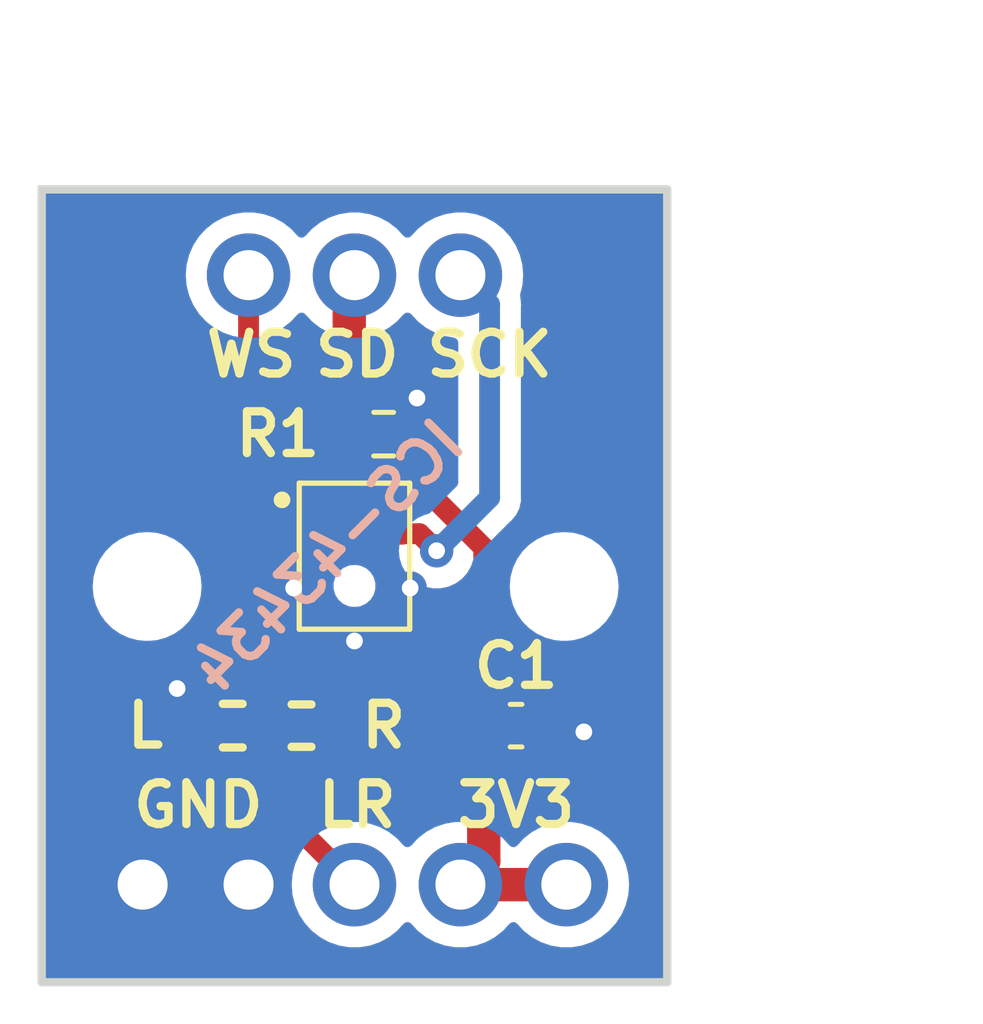
<source format=kicad_pcb>
(kicad_pcb (version 20221018) (generator pcbnew)
  (layers (0 "F.Cu" signal) (31 "B.Cu" signal) (34 "B.Paste" user) (35 "F.Paste" user) (36 "B.SilkS" user "B.Silkscreen") (37 "F.SilkS" user "F.Silkscreen") (38 "B.Mask" user) (39 "F.Mask" user) (44 "Edge.Cuts" user))
  (net 0 "")
  (net 1 "+3.3V")
  (net 2 "GND")
  (net 3 "/LR")
  (net 4 "/WS")
  (net 5 "/SCK")
  (net 6 "/SD")
  (footprint "micmanip:ADDR_SELECT" (layer "F.Cu") (at 73.43 69.8375)
    (fp_text reference "U1" hide)
    (fp_text value "~" hide)
    (fp_line (start -1.087258 -0.51) (end -0.612742 -0.51) (stroke (width 0.2)) (layer "F.SilkS"))
    (fp_line (start -1.087258 0.535) (end -0.612742 0.535) (stroke (width 0.2)) (layer "F.SilkS"))
    (fp_line (start 0.562742 -0.4955) (end 1.037258 -0.4955) (stroke (width 0.2)) (layer "F.SilkS"))
    (fp_line (start 0.562742 0.5205) (end 1.037258 0.5205) (stroke (width 0.2)) (layer "F.SilkS"))
    (pad "1" smd roundrect (at -1.675 0.0125) (size 0.8 0.95) (layers "F.Cu" "F.Paste" "F.Mask") (net 2 "GND"))
    (pad "2" smd roundrect (at -0.025 0.0125) (size 0.8 0.95) (layers "F.Cu" "F.Paste" "F.Mask") (net 3 "/LR"))
    (pad "3" smd roundrect (at 1.69 0.0125) (size 0.8 0.95) (layers "F.Cu" "F.Paste" "F.Mask") (net 1 "+3.3V"))
  )
  (footprint "micmanip:HOLE" (layer "F.Cu") (at 72.96 59.055)
    (fp_text reference "J4" hide)
    (fp_text value "Conn_01x01_Socket" hide)
    (pad "1" thru_hole circle (at 0 0) (size 2 2) (drill 1.2) (layers "*.Cu" "*.Mask") (net 4 "/WS"))
  )
  (footprint "micmanip:HOLE" (layer "F.Cu") (at 72.96 73.66)
    (fp_text reference "J7" hide)
    (fp_text value "Conn_01x01_Socket" hide)
    (pad "1" thru_hole circle (at 0 0) (size 2 2) (drill 1.2) (layers "*.Cu" "*.Mask") (net 2 "GND"))
  )
  (footprint "IRTouch:HOLE_M2" (layer "F.Cu") (at 80.5 66.5)
    (fp_text reference "REF**" hide)
    (fp_text value "HOLE_M2" hide)
    (pad "" np_thru_hole circle (at 0.028 0.016) (size 1.5 1.5) (drill 2.1) (layers "F&B.Cu" "*.Mask"))
  )
  (footprint "micmanip:HOLE" (layer "F.Cu") (at 78.04 59.055)
    (fp_text reference "J5" hide)
    (fp_text value "Conn_01x01_Socket" hide)
    (pad "1" thru_hole circle (at 0 0) (size 2 2) (drill 1.2) (layers "*.Cu" "*.Mask") (net 5 "/SCK"))
  )
  (footprint "IRTouch:HOLE_M2" (layer "F.Cu") (at 70.5 66.5)
    (fp_text reference "REF**" hide)
    (fp_text value "HOLE_M2" hide)
    (pad "" np_thru_hole circle (at 0.028 0.016) (size 1.5 1.5) (drill 2.1) (layers "F&B.Cu" "*.Mask"))
  )
  (footprint "micmanip:HOLE" (layer "F.Cu") (at 75.5 73.66)
    (fp_text reference "J3" hide)
    (fp_text value "Conn_01x01_Socket" hide)
    (pad "1" thru_hole circle (at 0 0) (size 2 2) (drill 1.2) (layers "*.Cu" "*.Mask") (net 3 "/LR"))
  )
  (footprint "Resistor_SMD:R_0603_1608Metric" (layer "F.Cu") (at 76.2 62.865)
    (fp_text reference "R1" (at -2.54 0) (layer "F.SilkS") (effects (font (thickness 0.2) bold)))
    (fp_text value "100k" hide)
    (fp_line (start -0.237258 -0.5225) (end 0.237258 -0.5225) (stroke (width 0.12)) (layer "F.SilkS"))
    (fp_line (start -0.237258 0.5225) (end 0.237258 0.5225) (stroke (width 0.12)) (layer "F.SilkS"))
    (pad "1" smd roundrect (at -0.825 0) (size 0.8 0.95) (layers "F.Cu" "F.Paste" "F.Mask") (net 6 "/SD"))
    (pad "2" smd roundrect (at 0.825 0) (size 0.8 0.95) (layers "F.Cu" "F.Paste" "F.Mask") (net 2 "GND"))
  )
  (footprint "micmanip:MIC_ICS-43434" (layer "F.Cu") (at 75.5 65.79)
    (fp_text reference "ICS-43434" (at -0.649 0 45) (layer "B.SilkS") (effects (font (thickness 0.2)) (justify mirror)))
    (fp_text value "ICS-43434" hide)
    (fp_line (start -1.325 -1.75) (end -1.325 1.75) (stroke (width 0.127)) (layer "F.SilkS"))
    (fp_line (start -1.325 1.75) (end 1.325 1.75) (stroke (width 0.127)) (layer "F.SilkS"))
    (fp_line (start 1.325 -1.75) (end -1.325 -1.75) (stroke (width 0.127)) (layer "F.SilkS"))
    (fp_line (start 1.325 1.75) (end 1.325 -1.75) (stroke (width 0.127)) (layer "F.SilkS"))
    (fp_circle (center -1.7375 -1.35) (end -1.6375 -1.35) (stroke (width 0.2)) (fill none) (layer "F.SilkS"))
    (pad "" np_thru_hole circle (at 0 0.713) (size 0.5 0.5) (drill 0.5) (layers "*.Cu" "*.Mask"))
    (pad "1" smd rect (at -0.9 -1.361) (size 0.6 0.522) (layers "F.Cu" "F.Mask") (net 4 "/WS"))
    (pad "2" smd rect (at -0.9 -0.539) (size 0.6 0.522) (layers "F.Cu" "F.Mask") (net 3 "/LR"))
    (pad "3" smd custom (at -0.0155 1.383) (size 0.1 0.1) (layers "F.Cu") (net 2 "GND") (options (clearance outline) (anchor rect)) (primitives (gr_poly (pts (xy 0.0055 -1.483) (xy 0.0055 -1.183) (xy -0.0205 -1.182) (xy -0.0465 -1.18) (xy -0.0725 -1.177) (xy -0.0985 -1.172) (xy -0.1235 -1.166) (xy -0.1495 -1.159) (xy -0.1735 -1.15) (xy -0.1975 -1.14) (xy -0.2215 -1.129) (xy -0.2445 -1.116) (xy -0.2665 -1.102) (xy -0.2885 -1.088) (xy -0.3095 -1.072) (xy -0.3295 -1.055) (xy -0.3485 -1.037) (xy -0.3665 -1.018) (xy -0.3835 -0.998) (xy -0.3995 -0.977) (xy -0.4135 -0.955) (xy -0.4275 -0.933) (xy -0.4405 -0.91) (xy -0.4515 -0.886) (xy -0.4615 -0.862) (xy -0.4705 -0.838) (xy -0.4775 -0.812) (xy -0.4835 -0.787) (xy -0.4885 -0.761) (xy -0.4915 -0.735) (xy -0.4935 -0.709) (xy -0.4945 -0.683) (xy -0.4945 -0.663) (xy -0.4935 -0.636) (xy -0.4915 -0.61) (xy -0.4885 -0.583) (xy -0.4835 -0.557) (xy -0.4775 -0.531) (xy -0.4695 -0.505) (xy -0.4605 -0.48) (xy -0.4505 -0.456) (xy -0.4385 -0.431) (xy -0.4265 -0.408) (xy -0.4125 -0.385) (xy -0.3975 -0.363) (xy -0.3805 -0.342) (xy -0.3635 -0.322) (xy -0.3455 -0.302) (xy -0.3255 -0.284) (xy -0.3055 -0.267) (xy -0.2845 -0.25) (xy -0.2625 -0.235) (xy -0.2395 -0.221) (xy -0.2165 -0.209) (xy -0.1915 -0.197) (xy -0.1675 -0.187) (xy -0.1425 -0.178) (xy -0.1165 -0.17) (xy -0.0905 -0.164) (xy -0.0645 -0.159) (xy -0.0375 -0.156) (xy -0.0115 -0.154) (xy 0.0155 -0.153) (xy 0.0255 -0.153) (xy 0.0515 -0.154) (xy 0.0775 -0.156) (xy 0.1035 -0.159) (xy 0.1295 -0.164) (xy 0.1545 -0.17) (xy 0.1805 -0.177) (xy 0.2045 -0.186) (xy 0.2285 -0.196) (xy 0.2525 -0.207) (xy 0.2755 -0.22) (xy 0.2975 -0.234) (xy 0.3195 -0.248) (xy 0.3405 -0.264) (xy 0.3605 -0.281) (xy 0.3795 -0.299) (xy 0.3975 -0.318) (xy 0.4145 -0.338) (xy 0.4305 -0.359) (xy 0.4445 -0.381) (xy 0.4585 -0.403) (xy 0.4715 -0.426) (xy 0.4825 -0.45) (xy 0.4925 -0.474) (xy 0.5015 -0.498) (xy 0.5085 -0.524) (xy 0.5145 -0.549) (xy 0.5195 -0.575) (xy 0.5225 -0.601) (xy 0.5245 -0.627) (xy 0.5255 -0.653) (xy 0.5255 -0.683) (xy 0.5245 -0.709) (xy 0.5225 -0.735) (xy 0.5195 -0.761) (xy 0.5145 -0.787) (xy 0.5085 -0.812) (xy 0.5015 -0.838) (xy 0.4925 -0.862) (xy 0.4825 -0.886) (xy 0.4715 -0.91) (xy 0.4585 -0.933) (xy 0.4445 -0.955) (xy 0.4305 -0.977) (xy 0.4145 -0.998) (xy 0.3975 -1.018) (xy 0.3795 -1.037) (xy 0.3605 -1.055) (xy 0.3405 -1.072) (xy 0.3195 -1.088) (xy 0.2975 -1.102) (xy 0.2755 -1.116) (xy 0.2525 -1.129) (xy 0.2285 -1.14) (xy 0.2045 -1.15) (xy 0.1805 -1.159) (xy 0.1545 -1.166) (xy 0.1295 -1.172) (xy 0.1035 -1.177) (xy 0.0775 -1.18) (xy 0.0515 -1.182) (xy 0.0255 -1.183) (xy 0.0255 -1.483) (xy 0.0355 -1.483) (xy 0.0765 -1.482) (xy 0.1185 -1.479) (xy 0.1595 -1.473) (xy 0.1995 -1.466) (xy 0.2395 -1.456) (xy 0.2795 -1.444) (xy 0.3185 -1.431) (xy 0.3565 -1.415) (xy 0.3945 -1.397) (xy 0.4305 -1.377) (xy 0.4655 -1.356) (xy 0.4995 -1.332) (xy 0.5325 -1.307) (xy 0.5645 -1.28) (xy 0.5945 -1.252) (xy 0.6225 -1.222) (xy 0.6495 -1.19) (xy 0.6745 -1.157) (xy 0.6985 -1.123) (xy 0.7195 -1.088) (xy 0.7395 -1.052) (xy 0.7575 -1.014) (xy 0.7735 -0.976) (xy 0.7865 -0.937) (xy 0.7985 -0.897) (xy 0.8085 -0.857) (xy 0.8155 -0.817) (xy 0.8215 -0.776) (xy 0.8245 -0.734) (xy 0.8255 -0.693) (xy 0.8255 -0.663) (xy 0.8245 -0.621) (xy 0.8215 -0.578) (xy 0.8155 -0.536) (xy 0.8075 -0.495) (xy 0.7975 -0.453) (xy 0.7855 -0.413) (xy 0.7715 -0.373) (xy 0.7555 -0.334) (xy 0.7375 -0.295) (xy 0.7165 -0.258) (xy 0.6945 -0.222) (xy 0.6705 -0.187) (xy 0.6445 -0.153) (xy 0.6175 -0.121) (xy 0.5885 -0.09) (xy 0.5575 -0.061) (xy 0.5255 -0.034) (xy 0.4915 -0.008) (xy 0.4565 0.016) (xy 0.4205 0.038) (xy 0.3835 0.059) (xy 0.3445 0.077) (xy 0.3055 0.093) (xy 0.2655 0.107) (xy 0.2255 0.119) (xy 0.1835 0.129) (xy 0.1425 0.137) (xy 0.1005 0.143) (xy 0.0575 0.146) (xy 0.0155 0.147) (xy 0.0055 0.147) (xy -0.0365 0.146) (xy -0.0785 0.143) (xy -0.1195 0.137) (xy -0.1605 0.13) (xy -0.2015 0.12) (xy -0.2415 0.108) (xy -0.2815 0.094) (xy -0.3195 0.078) (xy -0.3575 0.06) (xy -0.3945 0.04) (xy -0.4305 0.018) (xy -0.4645 -0.006) (xy -0.4975 -0.031) (xy -0.5295 -0.058) (xy -0.5605 -0.087) (xy -0.5895 -0.118) (xy -0.6165 -0.15) (xy -0.6415 -0.183) (xy -0.6655 -0.217) (xy -0.6875 -0.253) (xy -0.7075 -0.29) (xy -0.7255 -0.328) (xy -0.7415 -0.366) (xy -0.7555 -0.406) (xy -0.7675 -0.446) (xy -0.7775 -0.487) (xy -0.7845 -0.528) (xy -0.7905 -0.569) (xy -0.7935 -0.611) (xy -0.7945 -0.653) (xy -0.7945 -0.683) (xy -0.7935 -0.725) (xy -0.7905 -0.767) (xy -0.7845 -0.808) (xy -0.7775 -0.849) (xy -0.7675 -0.89) (xy -0.7555 -0.93) (xy -0.7415 -0.97) (xy -0.7255 -1.008) (xy -0.7075 -1.046) (xy -0.6875 -1.083) (xy -0.6655 -1.119) (xy -0.6415 -1.153) (xy -0.6165 -1.186) (xy -0.5895 -1.218) (xy -0.5605 -1.249) (xy -0.5295 -1.278) (xy -0.4975 -1.305) (xy -0.4645 -1.33) (xy -0.4305 -1.354) (xy -0.3945 -1.376) (xy -0.3575 -1.396) (xy -0.3195 -1.414) (xy -0.2815 -1.43) (xy -0.2415 -1.444) (xy -0.2015 -1.456) (xy -0.1605 -1.466) (xy -0.1195 -1.473) (xy -0.0785 -1.479) (xy -0.0365 -1.482) (xy 0.0055 -1.483)) (width 0.001) (fill yes))))
    (pad "4" smd rect (at 0.9 -0.539) (size 0.6 0.522) (layers "F.Cu" "F.Mask") (net 5 "/SCK"))
    (pad "5" smd rect (at 0.9 -1.361) (size 0.6 0.522) (layers "F.Cu" "F.Mask") (net 1 "+3.3V"))
    (pad "6" smd rect (at 0 -1.361) (size 0.6 0.522) (layers "F.Cu" "F.Mask") (net 6 "/SD"))
  )
  (footprint "micmanip:HOLE" (layer "F.Cu") (at 75.5 59.055)
    (fp_text reference "J6" hide)
    (fp_text value "Conn_01x01_Socket" hide)
    (pad "1" thru_hole circle (at 0 0) (size 2 2) (drill 1.2) (layers "*.Cu" "*.Mask") (net 6 "/SD"))
  )
  (footprint "micmanip:HOLE" (layer "F.Cu") (at 78.04 73.66)
    (fp_text reference "J8" hide)
    (fp_text value "Conn_01x01_Socket" hide)
    (pad "1" thru_hole circle (at 0 0) (size 2 2) (drill 1.2) (layers "*.Cu" "*.Mask") (net 1 "+3.3V"))
  )
  (footprint "micmanip:HOLE" (layer "F.Cu") (at 80.58 73.66)
    (fp_text reference "J1" hide)
    (fp_text value "Conn_01x01_Socket" hide)
    (pad "1" thru_hole circle (at 0 0) (size 2 2) (drill 1.2) (layers "*.Cu" "*.Mask") (net 1 "+3.3V"))
  )
  (footprint "micmanip:HOLE" (layer "F.Cu") (at 70.42 73.66)
    (fp_text reference "J2" hide)
    (fp_text value "Conn_01x01_Socket" hide)
    (pad "1" thru_hole circle (at 0 0) (size 2 2) (drill 1.2) (layers "*.Cu" "*.Mask") (net 2 "GND"))
  )
  (footprint "Capacitor_SMD:C_0603_1608Metric" (layer "F.Cu") (at 79.375 69.85)
    (fp_text reference "C1" (at 0 -1.43) (layer "F.SilkS") (effects (font (thickness 0.2) bold)))
    (fp_text value "100n" hide)
    (fp_line (start -0.14058 -0.51) (end 0.14058 -0.51) (stroke (width 0.12)) (layer "F.SilkS"))
    (fp_line (start -0.14058 0.51) (end 0.14058 0.51) (stroke (width 0.12)) (layer "F.SilkS"))
    (pad "1" smd roundrect (at -0.775 0) (size 0.9 0.95) (layers "F.Cu" "F.Paste" "F.Mask") (net 1 "+3.3V"))
    (pad "2" smd roundrect (at 0.775 0) (size 0.9 0.95) (layers "F.Cu" "F.Paste" "F.Mask") (net 2 "GND"))
  )
  (gr_rect (start 68 57) (end 83 76) (stroke (width 0.2)) (fill none) (layer "Edge.Cuts"))
  (gr_text "WS" (at 73.025 60.96) (layer "F.SilkS") (effects (font (size 1 1) (thickness 0.2) bold)))
  (gr_text "SCK" (at 78.74 60.96) (layer "F.SilkS") (effects (font (size 1 1) (thickness 0.2) bold)))
  (gr_text "SD" (at 75.565 60.96) (layer "F.SilkS") (effects (font (size 1 1) (thickness 0.2) bold)))
  (gr_text "3V3" (at 79.375 71.755) (layer "F.SilkS") (effects (font (size 1 1) (thickness 0.2) bold)))
  (gr_text "LR" (at 75.565 71.755) (layer "F.SilkS") (effects (font (size 1 1) (thickness 0.2) bold)))
  (gr_text "R" (at 76.2 69.85) (layer "F.SilkS") (effects (font (size 1 1) (thickness 0.2) bold)))
  (gr_text "L" (at 70.485 69.85) (layer "F.SilkS") (effects (font (size 1 1) (thickness 0.2) bold)))
  (gr_text "GND" (at 71.755 71.755) (layer "F.SilkS") (effects (font (size 1 1) (thickness 0.2) bold)))
  (segment (start 78.04 73.66) (end 80.58 73.66) (width 0.8) (layer "F.Cu") (net 1))
  (segment (start 75.12 69.85) (end 78.6 69.85) (width 0.8) (layer "F.Cu") (net 1))
  (segment (start 78.6 69.85) (end 78.6 73.1) (width 0.8) (layer "F.Cu") (net 1))
  (segment (start 77.442082 64.429) (end 78.6 65.586918) (width 0.5) (layer "F.Cu") (net 1))
  (segment (start 78.6 65.586918) (end 78.6 69.85) (width 0.5) (layer "F.Cu") (net 1))
  (segment (start 76.4 64.429) (end 77.442082 64.429) (width 0.5) (layer "F.Cu") (net 1))
  (segment (start 78.6 73.1) (end 78.04 73.66) (width 0.8) (layer "F.Cu") (net 1))
  (segment (start 75.4845 68.0255) (end 75.438 68.072) (width 0.3) (layer "F.Cu") (net 2))
  (segment (start 80.15 69.85) (end 80.85 69.85) (width 0.5) (layer "F.Cu") (net 2))
  (segment (start 77 62.84) (end 77.025 62.865) (width 0.5) (layer "F.Cu") (net 2))
  (segment (start 75.4845 67.173) (end 75.4845 67.7755) (width 0.3) (layer "F.Cu") (net 2))
  (segment (start 71.755 69.469) (end 71.247 68.961) (width 0.3) (layer "F.Cu") (net 2))
  (segment (start 80.85 69.85) (end 81 70) (width 0.5) (layer "F.Cu") (net 2))
  (segment (start 76.835 66.552) (end 76.15 66.552) (width 0.3) (layer "F.Cu") (net 2))
  (segment (start 71.755 69.85) (end 71.755 69.469) (width 0.3) (layer "F.Cu") (net 2))
  (segment (start 77 62) (end 77 62.84) (width 0.5) (layer "F.Cu") (net 2))
  (segment (start 74.041 66.552) (end 74.676 66.552) (width 0.3) (layer "F.Cu") (net 2))
  (via (at 71.247 68.961) (size 0.8) (drill 0.4) (layers "F.Cu" "B.Cu") (net 2))
  (via (at 77 62) (size 0.8) (drill 0.4) (layers "F.Cu" "B.Cu") (net 2))
  (via (at 81 70) (size 0.8) (drill 0.4) (layers "F.Cu" "B.Cu") (net 2))
  (via (at 75.5 67.822) (size 0.8) (drill 0.4) (layers "F.Cu" "B.Cu") (net 2))
  (via (at 74.041 66.552) (size 0.8) (drill 0.4) (layers "F.Cu" "B.Cu") (net 2))
  (via (at 76.835 66.552) (size 0.8) (drill 0.4) (layers "F.Cu" "B.Cu") (net 2))
  (segment (start 73.152 66.238918) (end 73.152 69.597) (width 0.5) (layer "F.Cu") (net 3))
  (segment (start 73.405 71.565) (end 75.5 73.66) (width 0.5) (layer "F.Cu") (net 3))
  (segment (start 74.139918 65.251) (end 73.152 66.238918) (width 0.5) (layer "F.Cu") (net 3))
  (segment (start 74.6 65.251) (end 74.139918 65.251) (width 0.5) (layer "F.Cu") (net 3))
  (segment (start 73.152 69.597) (end 73.405 69.85) (width 0.5) (layer "F.Cu") (net 3))
  (segment (start 73.405 69.85) (end 73.405 71.565) (width 0.5) (layer "F.Cu") (net 3))
  (segment (start 74.6 64.429) (end 72.96 62.789) (width 0.5) (layer "F.Cu") (net 4))
  (segment (start 72.96 62.789) (end 72.96 59.055) (width 0.5) (layer "F.Cu") (net 4))
  (segment (start 77.062 65.251) (end 77.47 65.659) (width 0.5) (layer "F.Cu") (net 5))
  (segment (start 76.4 65.251) (end 77.062 65.251) (width 0.5) (layer "F.Cu") (net 5))
  (via (at 77.47 65.659) (size 0.8) (drill 0.4) (layers "F.Cu" "B.Cu") (net 5))
  (segment (start 78.74 59.755) (end 78.04 59.055) (width 0.5) (layer "B.Cu") (net 5))
  (segment (start 77.47 65.659) (end 78.74 64.389) (width 0.5) (layer "B.Cu") (net 5))
  (segment (start 78.74 64.389) (end 78.74 59.755) (width 0.5) (layer "B.Cu") (net 5))
  (segment (start 75.375 62.865) (end 75.375 59.18) (width 0.8) (layer "F.Cu") (net 6))
  (segment (start 75.375 59.18) (end 75.5 59.055) (width 0.8) (layer "F.Cu") (net 6))
  (segment (start 75.5 64.429) (end 75.5 62.99) (width 0.5) (layer "F.Cu") (net 6))
  (segment (start 75.5 62.99) (end 75.375 62.865) (width 0.5) (layer "F.Cu") (net 6))
  (zone (net 2) (net_name "GND") (layer "B.Cu") (connect_pads yes (clearance 0.5)) (min_thickness 0.25) (fill yes (thermal_gap 0.5) (thermal_bridge_width 0.5))
    (polygon (pts (xy 67 56) (xy 84 56) (xy 84 77) (xy 67 77)))
  )
)
</source>
